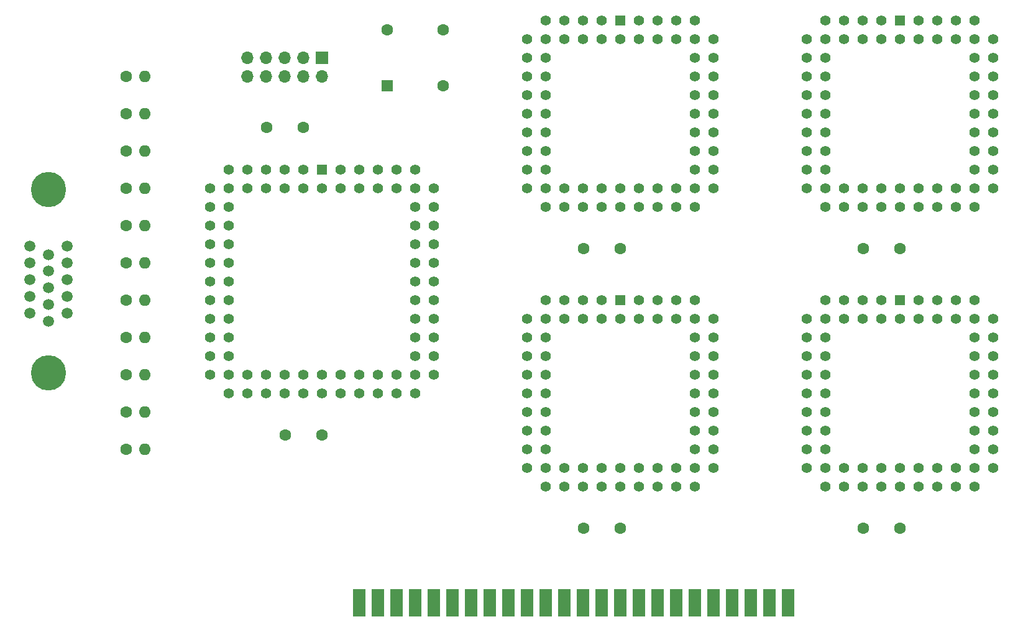
<source format=gbr>
%TF.GenerationSoftware,KiCad,Pcbnew,(6.0.4)*%
%TF.CreationDate,2023-03-08T18:50:13+01:00*%
%TF.ProjectId,65C816_SBC_VGA_ALT,36354338-3136-45f5-9342-435f5647415f,rev?*%
%TF.SameCoordinates,Original*%
%TF.FileFunction,Soldermask,Bot*%
%TF.FilePolarity,Negative*%
%FSLAX46Y46*%
G04 Gerber Fmt 4.6, Leading zero omitted, Abs format (unit mm)*
G04 Created by KiCad (PCBNEW (6.0.4)) date 2023-03-08 18:50:13*
%MOMM*%
%LPD*%
G01*
G04 APERTURE LIST*
%ADD10C,1.600000*%
%ADD11O,1.600000X1.600000*%
%ADD12R,1.422400X1.422400*%
%ADD13C,1.422400*%
%ADD14C,1.500000*%
%ADD15C,4.800000*%
%ADD16R,1.700000X1.700000*%
%ADD17O,1.700000X1.700000*%
%ADD18R,1.780000X3.810000*%
%ADD19R,1.600000X1.600000*%
G04 APERTURE END LIST*
D10*
%TO.C,R9*%
X74930000Y-116840000D03*
D11*
X77470000Y-116840000D03*
%TD*%
D12*
%TO.C,U4*%
X180340000Y-101600000D03*
D13*
X180340000Y-104140000D03*
X177800000Y-101600000D03*
X177800000Y-104140000D03*
X175260000Y-101600000D03*
X175260000Y-104140000D03*
X172720000Y-101600000D03*
X172720000Y-104140000D03*
X170180000Y-101600000D03*
X167640000Y-104140000D03*
X170180000Y-104140000D03*
X167640000Y-106680000D03*
X170180000Y-106680000D03*
X167640000Y-109220000D03*
X170180000Y-109220000D03*
X167640000Y-111760000D03*
X170180000Y-111760000D03*
X167640000Y-114300000D03*
X170180000Y-114300000D03*
X167640000Y-116840000D03*
X170180000Y-116840000D03*
X167640000Y-119380000D03*
X170180000Y-119380000D03*
X167640000Y-121920000D03*
X170180000Y-121920000D03*
X167640000Y-124460000D03*
X170180000Y-127000000D03*
X170180000Y-124460000D03*
X172720000Y-127000000D03*
X172720000Y-124460000D03*
X175260000Y-127000000D03*
X175260000Y-124460000D03*
X177800000Y-127000000D03*
X177800000Y-124460000D03*
X180340000Y-127000000D03*
X180340000Y-124460000D03*
X182880000Y-127000000D03*
X182880000Y-124460000D03*
X185420000Y-127000000D03*
X185420000Y-124460000D03*
X187960000Y-127000000D03*
X187960000Y-124460000D03*
X190500000Y-127000000D03*
X193040000Y-124460000D03*
X190500000Y-124460000D03*
X193040000Y-121920000D03*
X190500000Y-121920000D03*
X193040000Y-119380000D03*
X190500000Y-119380000D03*
X193040000Y-116840000D03*
X190500000Y-116840000D03*
X193040000Y-114300000D03*
X190500000Y-114300000D03*
X193040000Y-111760000D03*
X190500000Y-111760000D03*
X193040000Y-109220000D03*
X190500000Y-109220000D03*
X193040000Y-106680000D03*
X190500000Y-106680000D03*
X193040000Y-104140000D03*
X190500000Y-101600000D03*
X190500000Y-104140000D03*
X187960000Y-101600000D03*
X187960000Y-104140000D03*
X185420000Y-101600000D03*
X185420000Y-104140000D03*
X182880000Y-101600000D03*
X182880000Y-104140000D03*
%TD*%
D10*
%TO.C,R1*%
X74930000Y-106680000D03*
D11*
X77470000Y-106680000D03*
%TD*%
D10*
%TO.C,R4*%
X74930000Y-91440000D03*
D11*
X77470000Y-91440000D03*
%TD*%
D10*
%TO.C,R5*%
X74930000Y-96520000D03*
D11*
X77470000Y-96520000D03*
%TD*%
D10*
%TO.C,R0*%
X74930000Y-101600000D03*
D11*
X77470000Y-101600000D03*
%TD*%
D12*
%TO.C,U2*%
X180340000Y-63500000D03*
D13*
X180340000Y-66040000D03*
X177800000Y-63500000D03*
X177800000Y-66040000D03*
X175260000Y-63500000D03*
X175260000Y-66040000D03*
X172720000Y-63500000D03*
X172720000Y-66040000D03*
X170180000Y-63500000D03*
X167640000Y-66040000D03*
X170180000Y-66040000D03*
X167640000Y-68580000D03*
X170180000Y-68580000D03*
X167640000Y-71120000D03*
X170180000Y-71120000D03*
X167640000Y-73660000D03*
X170180000Y-73660000D03*
X167640000Y-76200000D03*
X170180000Y-76200000D03*
X167640000Y-78740000D03*
X170180000Y-78740000D03*
X167640000Y-81280000D03*
X170180000Y-81280000D03*
X167640000Y-83820000D03*
X170180000Y-83820000D03*
X167640000Y-86360000D03*
X170180000Y-88900000D03*
X170180000Y-86360000D03*
X172720000Y-88900000D03*
X172720000Y-86360000D03*
X175260000Y-88900000D03*
X175260000Y-86360000D03*
X177800000Y-88900000D03*
X177800000Y-86360000D03*
X180340000Y-88900000D03*
X180340000Y-86360000D03*
X182880000Y-88900000D03*
X182880000Y-86360000D03*
X185420000Y-88900000D03*
X185420000Y-86360000D03*
X187960000Y-88900000D03*
X187960000Y-86360000D03*
X190500000Y-88900000D03*
X193040000Y-86360000D03*
X190500000Y-86360000D03*
X193040000Y-83820000D03*
X190500000Y-83820000D03*
X193040000Y-81280000D03*
X190500000Y-81280000D03*
X193040000Y-78740000D03*
X190500000Y-78740000D03*
X193040000Y-76200000D03*
X190500000Y-76200000D03*
X193040000Y-73660000D03*
X190500000Y-73660000D03*
X193040000Y-71120000D03*
X190500000Y-71120000D03*
X193040000Y-68580000D03*
X190500000Y-68580000D03*
X193040000Y-66040000D03*
X190500000Y-63500000D03*
X190500000Y-66040000D03*
X187960000Y-63500000D03*
X187960000Y-66040000D03*
X185420000Y-63500000D03*
X185420000Y-66040000D03*
X182880000Y-63500000D03*
X182880000Y-66040000D03*
%TD*%
D10*
%TO.C,C1*%
X142240000Y-94615000D03*
X137240000Y-94615000D03*
%TD*%
%TO.C,C4*%
X180340000Y-132715000D03*
X175340000Y-132715000D03*
%TD*%
D14*
%TO.C,J2*%
X66855000Y-103380000D03*
X66855000Y-101100000D03*
X66855000Y-98820000D03*
X66855000Y-96540000D03*
X66855000Y-94260000D03*
X64315000Y-104520000D03*
X64315000Y-102240000D03*
X64315000Y-99960000D03*
X64315000Y-97680000D03*
X64315000Y-95400000D03*
X61775000Y-103380000D03*
X61775000Y-101100000D03*
X61775000Y-98820000D03*
X61775000Y-96540000D03*
X61775000Y-94260000D03*
D15*
X64315000Y-111560000D03*
X64315000Y-86560000D03*
%TD*%
D10*
%TO.C,R3*%
X74930000Y-86360000D03*
D11*
X77470000Y-86360000D03*
%TD*%
D10*
%TO.C,C3*%
X142240000Y-132715000D03*
X137240000Y-132715000D03*
%TD*%
D16*
%TO.C,J1*%
X101600000Y-68580000D03*
D17*
X101600000Y-71120000D03*
X99060000Y-68580000D03*
X99060000Y-71120000D03*
X96520000Y-68580000D03*
X96520000Y-71120000D03*
X93980000Y-68580000D03*
X93980000Y-71120000D03*
X91440000Y-68580000D03*
X91440000Y-71120000D03*
%TD*%
D10*
%TO.C,C5*%
X94060000Y-78105000D03*
X99060000Y-78105000D03*
%TD*%
D12*
%TO.C,U1*%
X142240000Y-63500000D03*
D13*
X142240000Y-66040000D03*
X139700000Y-63500000D03*
X139700000Y-66040000D03*
X137160000Y-63500000D03*
X137160000Y-66040000D03*
X134620000Y-63500000D03*
X134620000Y-66040000D03*
X132080000Y-63500000D03*
X129540000Y-66040000D03*
X132080000Y-66040000D03*
X129540000Y-68580000D03*
X132080000Y-68580000D03*
X129540000Y-71120000D03*
X132080000Y-71120000D03*
X129540000Y-73660000D03*
X132080000Y-73660000D03*
X129540000Y-76200000D03*
X132080000Y-76200000D03*
X129540000Y-78740000D03*
X132080000Y-78740000D03*
X129540000Y-81280000D03*
X132080000Y-81280000D03*
X129540000Y-83820000D03*
X132080000Y-83820000D03*
X129540000Y-86360000D03*
X132080000Y-88900000D03*
X132080000Y-86360000D03*
X134620000Y-88900000D03*
X134620000Y-86360000D03*
X137160000Y-88900000D03*
X137160000Y-86360000D03*
X139700000Y-88900000D03*
X139700000Y-86360000D03*
X142240000Y-88900000D03*
X142240000Y-86360000D03*
X144780000Y-88900000D03*
X144780000Y-86360000D03*
X147320000Y-88900000D03*
X147320000Y-86360000D03*
X149860000Y-88900000D03*
X149860000Y-86360000D03*
X152400000Y-88900000D03*
X154940000Y-86360000D03*
X152400000Y-86360000D03*
X154940000Y-83820000D03*
X152400000Y-83820000D03*
X154940000Y-81280000D03*
X152400000Y-81280000D03*
X154940000Y-78740000D03*
X152400000Y-78740000D03*
X154940000Y-76200000D03*
X152400000Y-76200000D03*
X154940000Y-73660000D03*
X152400000Y-73660000D03*
X154940000Y-71120000D03*
X152400000Y-71120000D03*
X154940000Y-68580000D03*
X152400000Y-68580000D03*
X154940000Y-66040000D03*
X152400000Y-63500000D03*
X152400000Y-66040000D03*
X149860000Y-63500000D03*
X149860000Y-66040000D03*
X147320000Y-63500000D03*
X147320000Y-66040000D03*
X144780000Y-63500000D03*
X144780000Y-66040000D03*
%TD*%
D10*
%TO.C,R7*%
X74930000Y-76200000D03*
D11*
X77470000Y-76200000D03*
%TD*%
D18*
%TO.C,J0*%
X106680000Y-142875000D03*
X109220000Y-142875000D03*
X111760000Y-142875000D03*
X114300000Y-142875000D03*
X116840000Y-142875000D03*
X119380000Y-142875000D03*
X121920000Y-142875000D03*
X124460000Y-142875000D03*
X127000000Y-142875000D03*
X129540000Y-142875000D03*
X132080000Y-142875000D03*
X134620000Y-142875000D03*
X137160000Y-142875000D03*
X139700000Y-142875000D03*
X142240000Y-142875000D03*
X144780000Y-142875000D03*
X147320000Y-142875000D03*
X149860000Y-142875000D03*
X152400000Y-142875000D03*
X154940000Y-142875000D03*
X157480000Y-142875000D03*
X160020000Y-142875000D03*
X162560000Y-142875000D03*
X165100000Y-142875000D03*
%TD*%
D12*
%TO.C,U0*%
X101600000Y-83820000D03*
D13*
X101600000Y-86360000D03*
X99060000Y-83820000D03*
X99060000Y-86360000D03*
X96520000Y-83820000D03*
X96520000Y-86360000D03*
X93980000Y-83820000D03*
X93980000Y-86360000D03*
X91440000Y-83820000D03*
X91440000Y-86360000D03*
X88900000Y-83820000D03*
X86360000Y-86360000D03*
X88900000Y-86360000D03*
X86360000Y-88900000D03*
X88900000Y-88900000D03*
X86360000Y-91440000D03*
X88900000Y-91440000D03*
X86360000Y-93980000D03*
X88900000Y-93980000D03*
X86360000Y-96520000D03*
X88900000Y-96520000D03*
X86360000Y-99060000D03*
X88900000Y-99060000D03*
X86360000Y-101600000D03*
X88900000Y-101600000D03*
X86360000Y-104140000D03*
X88900000Y-104140000D03*
X86360000Y-106680000D03*
X88900000Y-106680000D03*
X86360000Y-109220000D03*
X88900000Y-109220000D03*
X86360000Y-111760000D03*
X88900000Y-114300000D03*
X88900000Y-111760000D03*
X91440000Y-114300000D03*
X91440000Y-111760000D03*
X93980000Y-114300000D03*
X93980000Y-111760000D03*
X96520000Y-114300000D03*
X96520000Y-111760000D03*
X99060000Y-114300000D03*
X99060000Y-111760000D03*
X101600000Y-114300000D03*
X101600000Y-111760000D03*
X104140000Y-114300000D03*
X104140000Y-111760000D03*
X106680000Y-114300000D03*
X106680000Y-111760000D03*
X109220000Y-114300000D03*
X109220000Y-111760000D03*
X111760000Y-114300000D03*
X111760000Y-111760000D03*
X114300000Y-114300000D03*
X116840000Y-111760000D03*
X114300000Y-111760000D03*
X116840000Y-109220000D03*
X114300000Y-109220000D03*
X116840000Y-106680000D03*
X114300000Y-106680000D03*
X116840000Y-104140000D03*
X114300000Y-104140000D03*
X116840000Y-101600000D03*
X114300000Y-101600000D03*
X116840000Y-99060000D03*
X114300000Y-99060000D03*
X116840000Y-96520000D03*
X114300000Y-96520000D03*
X116840000Y-93980000D03*
X114300000Y-93980000D03*
X116840000Y-91440000D03*
X114300000Y-91440000D03*
X116840000Y-88900000D03*
X114300000Y-88900000D03*
X116840000Y-86360000D03*
X114300000Y-83820000D03*
X114300000Y-86360000D03*
X111760000Y-83820000D03*
X111760000Y-86360000D03*
X109220000Y-83820000D03*
X109220000Y-86360000D03*
X106680000Y-83820000D03*
X106680000Y-86360000D03*
X104140000Y-83820000D03*
X104140000Y-86360000D03*
%TD*%
D10*
%TO.C,R10*%
X74930000Y-121920000D03*
D11*
X77470000Y-121920000D03*
%TD*%
D12*
%TO.C,U3*%
X142240000Y-101600000D03*
D13*
X142240000Y-104140000D03*
X139700000Y-101600000D03*
X139700000Y-104140000D03*
X137160000Y-101600000D03*
X137160000Y-104140000D03*
X134620000Y-101600000D03*
X134620000Y-104140000D03*
X132080000Y-101600000D03*
X129540000Y-104140000D03*
X132080000Y-104140000D03*
X129540000Y-106680000D03*
X132080000Y-106680000D03*
X129540000Y-109220000D03*
X132080000Y-109220000D03*
X129540000Y-111760000D03*
X132080000Y-111760000D03*
X129540000Y-114300000D03*
X132080000Y-114300000D03*
X129540000Y-116840000D03*
X132080000Y-116840000D03*
X129540000Y-119380000D03*
X132080000Y-119380000D03*
X129540000Y-121920000D03*
X132080000Y-121920000D03*
X129540000Y-124460000D03*
X132080000Y-127000000D03*
X132080000Y-124460000D03*
X134620000Y-127000000D03*
X134620000Y-124460000D03*
X137160000Y-127000000D03*
X137160000Y-124460000D03*
X139700000Y-127000000D03*
X139700000Y-124460000D03*
X142240000Y-127000000D03*
X142240000Y-124460000D03*
X144780000Y-127000000D03*
X144780000Y-124460000D03*
X147320000Y-127000000D03*
X147320000Y-124460000D03*
X149860000Y-127000000D03*
X149860000Y-124460000D03*
X152400000Y-127000000D03*
X154940000Y-124460000D03*
X152400000Y-124460000D03*
X154940000Y-121920000D03*
X152400000Y-121920000D03*
X154940000Y-119380000D03*
X152400000Y-119380000D03*
X154940000Y-116840000D03*
X152400000Y-116840000D03*
X154940000Y-114300000D03*
X152400000Y-114300000D03*
X154940000Y-111760000D03*
X152400000Y-111760000D03*
X154940000Y-109220000D03*
X152400000Y-109220000D03*
X154940000Y-106680000D03*
X152400000Y-106680000D03*
X154940000Y-104140000D03*
X152400000Y-101600000D03*
X152400000Y-104140000D03*
X149860000Y-101600000D03*
X149860000Y-104140000D03*
X147320000Y-101600000D03*
X147320000Y-104140000D03*
X144780000Y-101600000D03*
X144780000Y-104140000D03*
%TD*%
D10*
%TO.C,C2*%
X180340000Y-94615000D03*
X175340000Y-94615000D03*
%TD*%
D19*
%TO.C,X0*%
X110490000Y-72390000D03*
D10*
X118110000Y-72390000D03*
X118110000Y-64770000D03*
X110490000Y-64770000D03*
%TD*%
%TO.C,R8*%
X74930000Y-81280000D03*
D11*
X77470000Y-81280000D03*
%TD*%
D10*
%TO.C,R6*%
X74930000Y-71120000D03*
D11*
X77470000Y-71120000D03*
%TD*%
D10*
%TO.C,C0*%
X96600000Y-120015000D03*
X101600000Y-120015000D03*
%TD*%
%TO.C,R2*%
X74930000Y-111760000D03*
D11*
X77470000Y-111760000D03*
%TD*%
M02*

</source>
